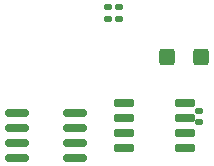
<source format=gbr>
%TF.GenerationSoftware,KiCad,Pcbnew,8.0.2*%
%TF.CreationDate,2024-07-19T14:35:33-04:00*%
%TF.ProjectId,StepperMotorDriver,53746570-7065-4724-9d6f-746f72447269,rev?*%
%TF.SameCoordinates,Original*%
%TF.FileFunction,Paste,Bot*%
%TF.FilePolarity,Positive*%
%FSLAX46Y46*%
G04 Gerber Fmt 4.6, Leading zero omitted, Abs format (unit mm)*
G04 Created by KiCad (PCBNEW 8.0.2) date 2024-07-19 14:35:33*
%MOMM*%
%LPD*%
G01*
G04 APERTURE LIST*
G04 Aperture macros list*
%AMRoundRect*
0 Rectangle with rounded corners*
0 $1 Rounding radius*
0 $2 $3 $4 $5 $6 $7 $8 $9 X,Y pos of 4 corners*
0 Add a 4 corners polygon primitive as box body*
4,1,4,$2,$3,$4,$5,$6,$7,$8,$9,$2,$3,0*
0 Add four circle primitives for the rounded corners*
1,1,$1+$1,$2,$3*
1,1,$1+$1,$4,$5*
1,1,$1+$1,$6,$7*
1,1,$1+$1,$8,$9*
0 Add four rect primitives between the rounded corners*
20,1,$1+$1,$2,$3,$4,$5,0*
20,1,$1+$1,$4,$5,$6,$7,0*
20,1,$1+$1,$6,$7,$8,$9,0*
20,1,$1+$1,$8,$9,$2,$3,0*%
G04 Aperture macros list end*
%ADD10RoundRect,0.250000X0.400000X0.450000X-0.400000X0.450000X-0.400000X-0.450000X0.400000X-0.450000X0*%
%ADD11RoundRect,0.140000X-0.170000X0.140000X-0.170000X-0.140000X0.170000X-0.140000X0.170000X0.140000X0*%
%ADD12RoundRect,0.150000X0.825000X0.150000X-0.825000X0.150000X-0.825000X-0.150000X0.825000X-0.150000X0*%
%ADD13RoundRect,0.135000X0.185000X-0.135000X0.185000X0.135000X-0.185000X0.135000X-0.185000X-0.135000X0*%
%ADD14RoundRect,0.150000X0.725000X0.150000X-0.725000X0.150000X-0.725000X-0.150000X0.725000X-0.150000X0*%
G04 APERTURE END LIST*
D10*
%TO.C,D1*%
X137950000Y-98000000D03*
X135050000Y-98000000D03*
%TD*%
D11*
%TO.C,C1*%
X137750000Y-102540000D03*
X137750000Y-103500000D03*
%TD*%
D12*
%TO.C,U2*%
X127250000Y-102750000D03*
X127250000Y-104020000D03*
X127250000Y-105290000D03*
X127250000Y-106560000D03*
X122300000Y-106560000D03*
X122300000Y-105290000D03*
X122300000Y-104020000D03*
X122300000Y-102750000D03*
%TD*%
D13*
%TO.C,R2*%
X131000000Y-94780000D03*
X131000000Y-93760000D03*
%TD*%
%TO.C,R3*%
X130000000Y-94770000D03*
X130000000Y-93750000D03*
%TD*%
D14*
%TO.C,U6*%
X136575000Y-101845000D03*
X136575000Y-103115000D03*
X136575000Y-104385000D03*
X136575000Y-105655000D03*
X131425000Y-105655000D03*
X131425000Y-104385000D03*
X131425000Y-103115000D03*
X131425000Y-101845000D03*
%TD*%
M02*

</source>
